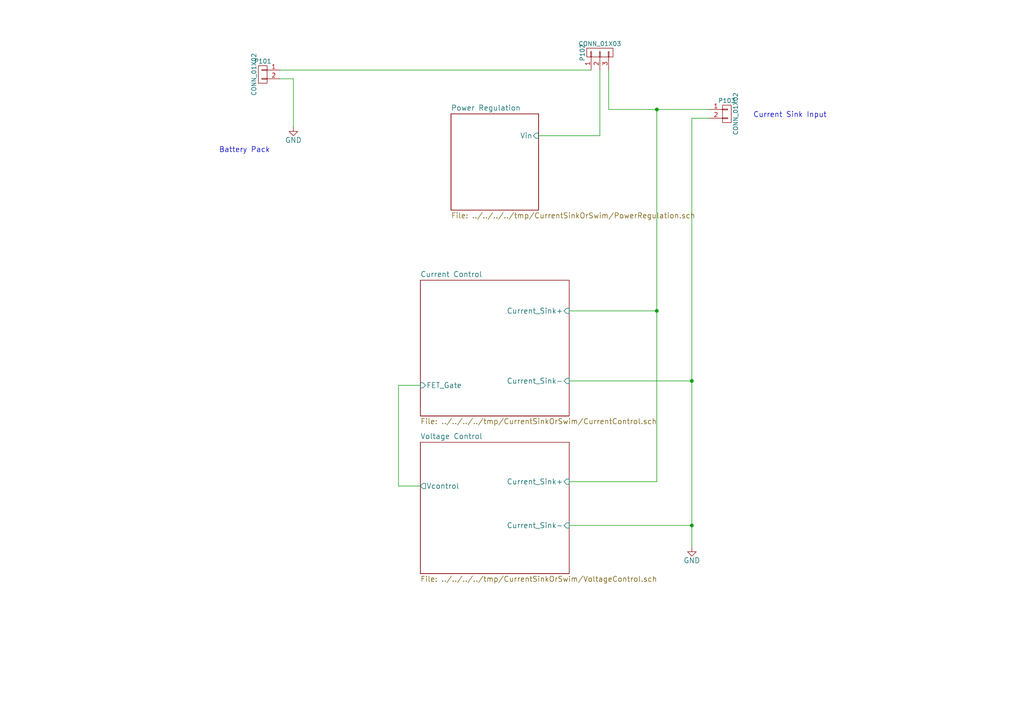
<source format=kicad_sch>
(kicad_sch (version 20230121) (generator eeschema)
  (paper "A4")
  (lib_symbols
    (symbol "CurrentSinkOrSwim-rescue:CONN_01X02" (pin_names (offset 1.016) hide)
      (property "Reference" "P" (at 0 3.81 0))
      (property "Value" "CONN_01X02" (at 2.54 0 90))
      (symbol "CONN_01X02_0_1"
        (rectangle (start -1.27 -1.143) (end 0.254 -1.397))
        (rectangle (start -1.27 1.397) (end 0.254 1.143))
        (rectangle (start -1.27 2.54) (end 1.27 -2.54))
      )
      (symbol "CONN_01X02_1_1"
        (pin passive line (at -5.08 1.27 0) (length 3.81) (name "P1") (number "1"))
        (pin passive line (at -5.08 -1.27 0) (length 3.81) (name "P2") (number "2"))
      )
    )
    (symbol "CurrentSinkOrSwim-rescue:CONN_01X03" (pin_names (offset 1.016) hide)
      (property "Reference" "P" (at 0 5.08 0))
      (property "Value" "CONN_01X03" (at 2.54 0 90))
      (symbol "CONN_01X03_0_1"
        (rectangle (start -1.27 -2.413) (end 0.254 -2.667))
        (rectangle (start -1.27 0.127) (end 0.254 -0.127))
        (rectangle (start -1.27 2.667) (end 0.254 2.413))
        (rectangle (start -1.27 3.81) (end 1.27 -3.81))
      )
      (symbol "CONN_01X03_1_1"
        (pin passive line (at -5.08 2.54 0) (length 3.81) (name "P1") (number "1"))
        (pin passive line (at -5.08 0 0) (length 3.81) (name "P2") (number "2"))
        (pin passive line (at -5.08 -2.54 0) (length 3.81) (name "P3") (number "3"))
      )
    )
    (symbol "CurrentSinkOrSwim-rescue:GND" (power) (pin_names (offset 0))
      (property "Value" "GND" (at 0 -3.81 0))
      (symbol "GND_0_1"
        (polyline (pts (xy 0 0) (xy 0 -1.27) (xy 1.27 -1.27) (xy 0 -2.54) (xy -1.27 -1.27) (xy 0 -1.27)))
      )
      (symbol "GND_1_1"
        (pin power_in line (at 0 0 270) (length 0) hide (name "GND") (number "1"))
      )
    )
  )
  (junction (at 200.66 110.49))
  (junction (at 190.5 90.17))
  (junction (at 190.5 31.75))
  (junction (at 200.66 152.4))
  (wire (pts (xy 81.28 20.32) (xy 171.45 20.32)))
  (wire (pts (xy 176.53 31.75) (xy 176.53 20.32)))
  (wire (pts (xy 121.92 140.97) (xy 115.57 140.97)))
  (wire (pts (xy 173.99 20.32) (xy 173.99 39.37)))
  (wire (pts (xy 115.57 140.97) (xy 115.57 111.76)))
  (wire (pts (xy 115.57 111.76) (xy 121.92 111.76)))
  (wire (pts (xy 165.1 152.4) (xy 200.66 152.4)))
  (wire (pts (xy 173.99 39.37) (xy 156.21 39.37)))
  (wire (pts (xy 190.5 90.17) (xy 190.5 139.7)))
  (wire (pts (xy 190.5 31.75) (xy 205.74 31.75)))
  (wire (pts (xy 200.66 110.49) (xy 165.1 110.49)))
  (wire (pts (xy 200.66 152.4) (xy 200.66 158.75)))
  (wire (pts (xy 200.66 34.29) (xy 200.66 110.49)))
  (wire (pts (xy 205.74 34.29) (xy 200.66 34.29)))
  (wire (pts (xy 190.5 139.7) (xy 165.1 139.7)))
  (wire (pts (xy 190.5 31.75) (xy 190.5 90.17)))
  (wire (pts (xy 85.09 22.86) (xy 85.09 36.83)))
  (wire (pts (xy 81.28 22.86) (xy 85.09 22.86)))
  (wire (pts (xy 176.53 31.75) (xy 190.5 31.75)))
  (wire (pts (xy 190.5 90.17) (xy 165.1 90.17)))
  (wire (pts (xy 200.66 110.49) (xy 200.66 152.4)))
  (text "Battery Pack" (at 63.5 44.45 0) (effects (font (size 1.524 1.524)) (justify left bottom)))
  (text "Current Sink Input" (at 218.44 34.29 0) (effects (font (size 1.524 1.524)) (justify left bottom)))
  (symbol (lib_id "CurrentSinkOrSwim-rescue:CONN_01X02") (at 210.82 33.02 0) (unit 1)
    (property "Reference" "P103" (at 210.82 29.21 0))
    (property "Value" "CONN_01X02" (at 213.36 33.02 90))
    (property "Footprint" "Current:Terminal_Block_200_mil" (effects hide))
    (property "MPN" "OSTTC022162" (effects hide))
  )
  (symbol (lib_id "CurrentSinkOrSwim-rescue:CONN_01X03") (at 173.99 15.24 90) (unit 1)
    (property "Reference" "P102" (at 168.91 15.24 0))
    (property "Value" "CONN_01X03" (at 173.99 12.7 90))
    (property "Footprint" "Pin_Headers:Pin_Header_Straight_1x03" (effects hide))
  )
  (symbol (lib_id "CurrentSinkOrSwim-rescue:CONN_01X02") (at 76.2 21.59 0) (mirror y) (unit 1)
    (property "Reference" "P101" (at 76.2 17.78 0))
    (property "Value" "CONN_01X02" (at 73.66 21.59 90))
    (property "Footprint" "Current:Terminal_Block_200_mil" (effects hide))
    (property "MPN" "OSTTC022162" (effects hide))
  )
  (symbol (lib_id "CurrentSinkOrSwim-rescue:GND") (at 85.09 36.83 0) (unit 1)
    (property "Reference" "#PWR01" (effects hide))
    (property "Value" "GND" (at 85.09 40.64 0) (effects (font (size 1.524 1.524))))
  )
  (symbol (lib_id "CurrentSinkOrSwim-rescue:GND") (at 200.66 158.75 0) (unit 1)
    (property "Reference" "#PWR02" (effects hide))
    (property "Value" "GND" (at 200.66 162.56 0) (effects (font (size 1.524 1.524))))
  )
  (sheet (at 121.92 128.27) (size 43.18 38.1)
    (property "Sheetname" "Voltage Control" (at 121.92 127.4314 0) (effects (font (size 1.524 1.524)) (justify left bottom)))
    (property "Sheetfile" "../../../../tmp/CurrentSinkOrSwim/VoltageControl.sch" (at 121.92 167.0562 0) (effects (font (size 1.524 1.524)) (justify left top)))
    (pin "Vcontrol" output (at 121.92 140.97 180) (effects (font (size 1.524 1.524))))
    (pin "Current_Sink+" input (at 165.1 139.7 0) (effects (font (size 1.524 1.524))))
    (pin "Current_Sink-" input (at 165.1 152.4 0) (effects (font (size 1.524 1.524))))
  )
  (sheet (at 121.92 81.28) (size 43.18 39.37)
    (property "Sheetname" "Current Control" (at 121.92 80.4414 0) (effects (font (size 1.524 1.524)) (justify left bottom)))
    (property "Sheetfile" "../../../../tmp/CurrentSinkOrSwim/CurrentControl.sch" (at 121.92 121.3362 0) (effects (font (size 1.524 1.524)) (justify left top)))
    (pin "FET_Gate" input (at 121.92 111.76 180) (effects (font (size 1.524 1.524))))
    (pin "Current_Sink+" input (at 165.1 90.17 0) (effects (font (size 1.524 1.524))))
    (pin "Current_Sink-" input (at 165.1 110.49 0) (effects (font (size 1.524 1.524))))
  )
  (sheet (at 130.81 33.02) (size 25.4 27.94)
    (property "Sheetname" "Power Regulation" (at 130.81 32.1814 0) (effects (font (size 1.524 1.524)) (justify left bottom)))
    (property "Sheetfile" "../../../../tmp/CurrentSinkOrSwim/PowerRegulation.sch" (at 130.81 61.6462 0) (effects (font (size 1.524 1.524)) (justify left top)))
    (pin "Vin" input (at 156.21 39.37 0) (effects (font (size 1.524 1.524))))
  )
)
</source>
